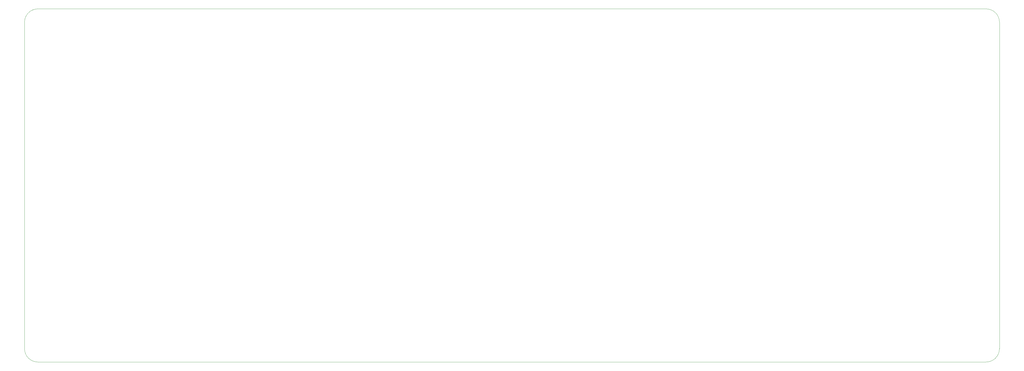
<source format=gm1>
G04 #@! TF.GenerationSoftware,KiCad,Pcbnew,(7.0.0)*
G04 #@! TF.CreationDate,2023-02-27T14:14:18+01:00*
G04 #@! TF.ProjectId,Belja80,42656c6a-6138-4302-9e6b-696361645f70,1.0*
G04 #@! TF.SameCoordinates,Original*
G04 #@! TF.FileFunction,Profile,NP*
%FSLAX46Y46*%
G04 Gerber Fmt 4.6, Leading zero omitted, Abs format (unit mm)*
G04 Created by KiCad (PCBNEW (7.0.0)) date 2023-02-27 14:14:18*
%MOMM*%
%LPD*%
G01*
G04 APERTURE LIST*
G04 #@! TA.AperFunction,Profile*
%ADD10C,0.100000*%
G04 #@! TD*
G04 APERTURE END LIST*
D10*
X385762500Y-159543750D02*
X385762500Y-42862517D01*
X38100000Y-42862500D02*
X38100000Y-159543750D01*
X385762500Y-42862517D02*
G75*
G03*
X381000000Y-38100000I-4762600J-83D01*
G01*
X42862500Y-38100000D02*
G75*
G03*
X38100000Y-42862500I0J-4762500D01*
G01*
X380999983Y-164306300D02*
G75*
G03*
X385762500Y-159543750I17J4762500D01*
G01*
X38099950Y-159543750D02*
G75*
G03*
X42862500Y-164306250I4762550J50D01*
G01*
X381000000Y-38100000D02*
X42862500Y-38100000D01*
X42862500Y-164306250D02*
X381000000Y-164306250D01*
M02*

</source>
